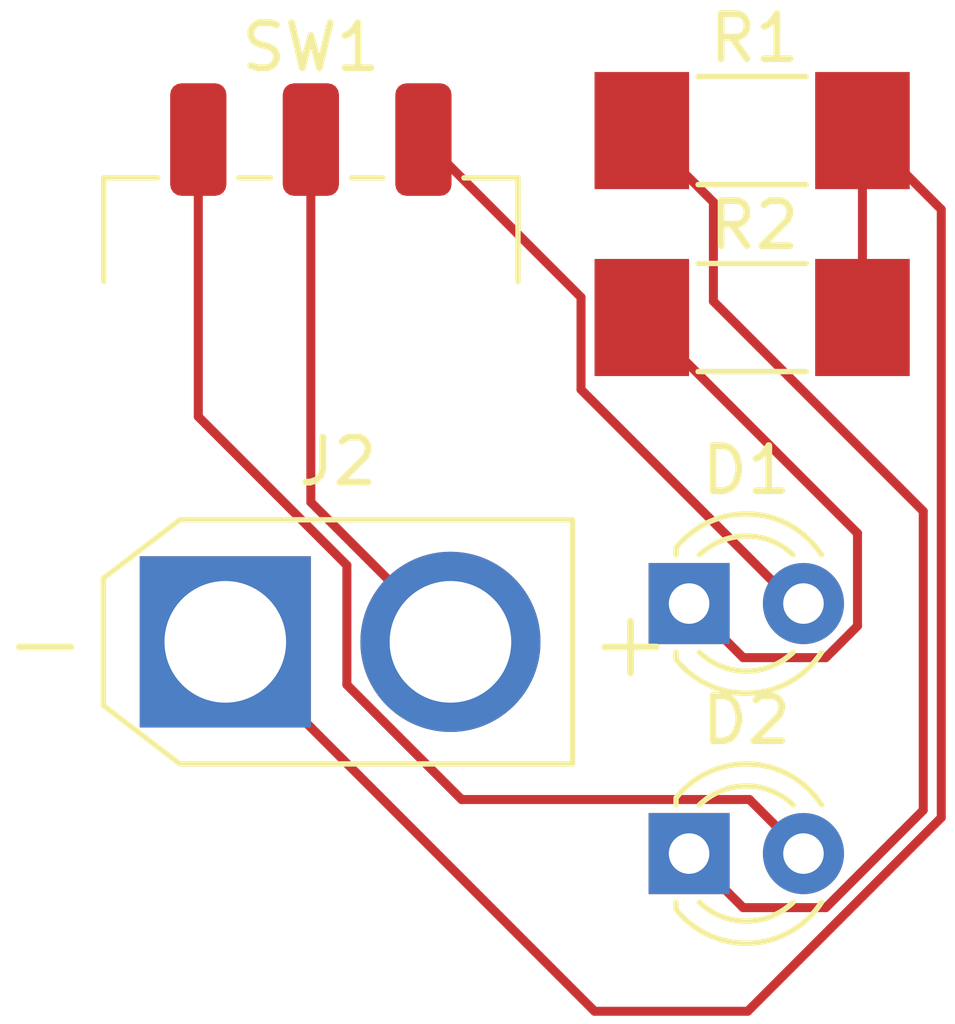
<source format=kicad_pcb>
(kicad_pcb (version 20240108) (generator "pcbnew") (generator_version "8.0")
  (layers (0 "F.Cu" signal) (31 "B.Cu" signal) (34 "B.Paste" user) (35 "F.Paste" user) (36 "B.SilkS" user "B.Silkscreen") (37 "F.SilkS" user "F.Silkscreen") (38 "B.Mask" user) (39 "F.Mask" user) (44 "Edge.Cuts" user))
  (net 0 "")
  (net 1 "Net-(D1-K)")
  (net 2 "Net-(D1-A)")
  (net 3 "Net-(D2-A)")
  (net 4 "Net-(D2-K)")
  (net 5 "GND")
  (net 6 "VCC")
  (footprint "Connector_AMASS:AMASS_XT30U-F_1x02_P5.0mm_Vertical" (layer "F.Cu") (at 57.16 43.3)
    (property "Reference" "J2" (at 2.5 -4 0) (layer "F.SilkS"))
    (property "Value" "Conn_01x02_Pin")
    (fp_line (start -2.71 -1.41) (end -2.71 1.41) (stroke (width 0.12)) (layer "F.SilkS"))
    (fp_line (start -2.71 -1.41) (end -1.01 -2.71) (stroke (width 0.12)) (layer "F.SilkS"))
    (fp_line (start -2.71 1.41) (end -1.01 2.71) (stroke (width 0.12)) (layer "F.SilkS"))
    (fp_line (start -1.01 -2.71) (end 7.71 -2.71) (stroke (width 0.12)) (layer "F.SilkS"))
    (fp_line (start -1.01 2.71) (end 7.71 2.71) (stroke (width 0.12)) (layer "F.SilkS"))
    (fp_line (start 7.71 -2.71) (end 7.71 2.71) (stroke (width 0.12)) (layer "F.SilkS"))
    (fp_text user "-" (at -4 0 0) (layer "F.SilkS") (effects (font (size 1.5 1.5))))
    (fp_text user "+" (at 9 0 0) (layer "F.SilkS") (effects (font (size 1.5 1.5))))
    (pad "1" thru_hole rect (at 0 0) (size 3.8 3.8) (drill 2.7) (layers "*.Cu" "*.Mask") (net 5 "GND"))
    (pad "2" thru_hole circle (at 5 0) (size 4 4) (drill 2.7) (layers "*.Cu" "*.Mask") (net 6 "VCC"))
  )
  (footprint "LED_THT:LED_D3.0mm_FlatTop" (layer "F.Cu") (at 67.46 48)
    (property "Reference" "D2" (at 1.27 -2.96 0) (layer "F.SilkS"))
    (property "Value" "LED_RED")
    (fp_line (start -0.29 -1.236) (end -0.29 -1.08) (stroke (width 0.12)) (layer "F.SilkS"))
    (fp_line (start -0.29 1.08) (end -0.29 1.236) (stroke (width 0.12)) (layer "F.SilkS"))
    (fp_arc (start -0.29 -1.235516) (mid 1.366487 -1.987659) (end 2.942335 -1.078608) (stroke (width 0.12)) (layer "F.SilkS"))
    (fp_arc (start 0.229039 -1.08) (mid 1.270117 -1.5) (end 2.31113 -1.079837) (stroke (width 0.12)) (layer "F.SilkS"))
    (fp_arc (start 2.31113 1.079837) (mid 1.270117 1.5) (end 0.229039 1.08) (stroke (width 0.12)) (layer "F.SilkS"))
    (fp_arc (start 2.942335 1.078608) (mid 1.366487 1.987659) (end -0.29 1.235516) (stroke (width 0.12)) (layer "F.SilkS"))
    (pad "1" thru_hole rect (at 0 0) (size 1.8 1.8) (drill 0.9) (layers "*.Cu" "*.Mask") (net 4 "Net-(D2-K)"))
    (pad "2" thru_hole circle (at 2.54 0) (size 1.8 1.8) (drill 0.9) (layers "*.Cu" "*.Mask") (net 3 "Net-(D2-A)"))
  )
  (footprint "LED_THT:LED_D3.0mm_FlatTop" (layer "F.Cu") (at 67.46 42.45)
    (property "Reference" "D1" (at 1.27 -2.96 0) (layer "F.SilkS"))
    (property "Value" "LED_YELLOW")
    (fp_line (start -0.29 -1.236) (end -0.29 -1.08) (stroke (width 0.12)) (layer "F.SilkS"))
    (fp_line (start -0.29 1.08) (end -0.29 1.236) (stroke (width 0.12)) (layer "F.SilkS"))
    (fp_arc (start -0.29 -1.235516) (mid 1.366487 -1.987659) (end 2.942335 -1.078608) (stroke (width 0.12)) (layer "F.SilkS"))
    (fp_arc (start 0.229039 -1.08) (mid 1.270117 -1.5) (end 2.31113 -1.079837) (stroke (width 0.12)) (layer "F.SilkS"))
    (fp_arc (start 2.31113 1.079837) (mid 1.270117 1.5) (end 0.229039 1.08) (stroke (width 0.12)) (layer "F.SilkS"))
    (fp_arc (start 2.942335 1.078608) (mid 1.366487 1.987659) (end -0.29 1.235516) (stroke (width 0.12)) (layer "F.SilkS"))
    (pad "1" thru_hole rect (at 0 0) (size 1.8 1.8) (drill 0.9) (layers "*.Cu" "*.Mask") (net 1 "Net-(D1-K)"))
    (pad "2" thru_hole circle (at 2.54 0) (size 1.8 1.8) (drill 0.9) (layers "*.Cu" "*.Mask") (net 2 "Net-(D1-A)"))
  )
  (footprint "Button_Switch_SMD:SW_SPDT_CK_JS102011SAQN" (layer "F.Cu") (at 59.06 34.9)
    (property "Reference" "SW1" (at 0 -4.8 0) (layer "F.SilkS"))
    (property "Value" "SW_SPDT")
    (fp_line (start -4.6 -1.9) (end -3.4 -1.9) (stroke (width 0.12)) (layer "F.SilkS"))
    (fp_line (start -4.6 0.4) (end -4.6 -1.9) (stroke (width 0.12)) (layer "F.SilkS"))
    (fp_line (start -0.9 -1.9) (end -1.6 -1.9) (stroke (width 0.12)) (layer "F.SilkS"))
    (fp_line (start 1.6 -1.9) (end 0.9 -1.9) (stroke (width 0.12)) (layer "F.SilkS"))
    (fp_line (start 3.4 -1.9) (end 4.6 -1.9) (stroke (width 0.12)) (layer "F.SilkS"))
    (fp_line (start 4.6 -1.9) (end 4.6 0.4) (stroke (width 0.12)) (layer "F.SilkS"))
    (pad "" np_thru_hole circle (at -3.4 0) (size 0.9 0.9) (drill 0.9) (layers "*.Cu" "*.Mask"))
    (pad "" np_thru_hole circle (at 3.4 0) (size 0.9 0.9) (drill 0.9) (layers "*.Cu" "*.Mask"))
    (pad "1" smd roundrect (at -2.5 -2.75) (size 1.25 2.5) (layers "F.Cu" "F.Paste" "F.Mask") (roundrect_rratio 0.2) (net 3 "Net-(D2-A)"))
    (pad "2" smd roundrect (at 0 -2.75) (size 1.25 2.5) (layers "F.Cu" "F.Paste" "F.Mask") (roundrect_rratio 0.2) (net 6 "VCC"))
    (pad "3" smd roundrect (at 2.5 -2.75) (size 1.25 2.5) (layers "F.Cu" "F.Paste" "F.Mask") (roundrect_rratio 0.2) (net 2 "Net-(D1-A)"))
  )
  (footprint "Resistor_SMD:R_MELF_MMB-0207" (layer "F.Cu") (at 68.86 31.95)
    (property "Reference" "R1" (at 0.05 -2.05 0) (layer "F.SilkS"))
    (property "Value" "330")
    (fp_line (start 1.2 -1.2) (end -1.2 -1.2) (stroke (width 0.12)) (layer "F.SilkS"))
    (fp_line (start 1.2 1.2) (end -1.2 1.2) (stroke (width 0.12)) (layer "F.SilkS"))
    (pad "1" smd rect (at -2.45 0) (size 2.1 2.6) (layers "F.Cu" "F.Paste" "F.Mask") (net 4 "Net-(D2-K)"))
    (pad "2" smd rect (at 2.45 0) (size 2.1 2.6) (layers "F.Cu" "F.Paste" "F.Mask") (net 5 "GND"))
  )
  (footprint "Resistor_SMD:R_MELF_MMB-0207" (layer "F.Cu") (at 68.86 36.1)
    (property "Reference" "R2" (at 0.05 -2.05 0) (layer "F.SilkS"))
    (property "Value" "330")
    (fp_line (start 1.2 -1.2) (end -1.2 -1.2) (stroke (width 0.12)) (layer "F.SilkS"))
    (fp_line (start 1.2 1.2) (end -1.2 1.2) (stroke (width 0.12)) (layer "F.SilkS"))
    (pad "1" smd rect (at -2.45 0) (size 2.1 2.6) (layers "F.Cu" "F.Paste" "F.Mask") (net 1 "Net-(D1-K)"))
    (pad "2" smd rect (at 2.45 0) (size 2.1 2.6) (layers "F.Cu" "F.Paste" "F.Mask") (net 5 "GND"))
  )
  (segment (start 66.41 36.1) (end 71.2 40.89) (width 0.2) (layer "F.Cu") (net 1))
  (segment (start 68.66 43.65) (end 67.46 42.45) (width 0.2) (layer "F.Cu") (net 1))
  (segment (start 71.2 42.947057) (end 70.497057 43.65) (width 0.2) (layer "F.Cu") (net 1))
  (segment (start 71.2 40.89) (end 71.2 42.947057) (width 0.2) (layer "F.Cu") (net 1))
  (segment (start 70.497057 43.65) (end 68.66 43.65) (width 0.2) (layer "F.Cu") (net 1))
  (segment (start 65.06 35.65) (end 65.06 37.7) (width 0.2) (layer "F.Cu") (net 2))
  (segment (start 69.81 42.45) (end 70 42.45) (width 0.2) (layer "F.Cu") (net 2))
  (segment (start 65.06 37.7) (end 69.81 42.45) (width 0.2) (layer "F.Cu") (net 2))
  (segment (start 61.56 32.15) (end 65.06 35.65) (width 0.2) (layer "F.Cu") (net 2))
  (segment (start 62.407308 46.8) (end 68.8 46.8) (width 0.2) (layer "F.Cu") (net 3))
  (segment (start 59.86 44.252692) (end 62.407308 46.8) (width 0.2) (layer "F.Cu") (net 3))
  (segment (start 56.56 32.15) (end 56.56 38.3) (width 0.2) (layer "F.Cu") (net 3))
  (segment (start 68.8 46.8) (end 70 48) (width 0.2) (layer "F.Cu") (net 3))
  (segment (start 56.56 38.3) (end 59.86 41.6) (width 0.2) (layer "F.Cu") (net 3))
  (segment (start 59.86 41.6) (end 59.86 44.252692) (width 0.2) (layer "F.Cu") (net 3))
  (segment (start 68.66 49.2) (end 70.497057 49.2) (width 0.2) (layer "F.Cu") (net 4))
  (segment (start 72.66 40.4) (end 68 35.74) (width 0.2) (layer "F.Cu") (net 4))
  (segment (start 68 35.74) (end 68 33.54) (width 0.2) (layer "F.Cu") (net 4))
  (segment (start 70.497057 49.2) (end 72.66 47.037057) (width 0.2) (layer "F.Cu") (net 4))
  (segment (start 67.46 48) (end 68.66 49.2) (width 0.2) (layer "F.Cu") (net 4))
  (segment (start 68 33.54) (end 66.41 31.95) (width 0.2) (layer "F.Cu") (net 4))
  (segment (start 72.66 47.037057) (end 72.66 40.4) (width 0.2) (layer "F.Cu") (net 4))
  (segment (start 73.06 47.202743) (end 68.762743 51.5) (width 0.2) (layer "F.Cu") (net 5))
  (segment (start 73.06 33.7) (end 73.06 47.202743) (width 0.2) (layer "F.Cu") (net 5))
  (segment (start 71.31 31.95) (end 73.06 33.7) (width 0.2) (layer "F.Cu") (net 5))
  (segment (start 71.31 36.1) (end 71.31 31.95) (width 0.2) (layer "F.Cu") (net 5))
  (segment (start 65.36 51.5) (end 57.16 43.3) (width 0.2) (layer "F.Cu") (net 5))
  (segment (start 68.762743 51.5) (end 65.36 51.5) (width 0.2) (layer "F.Cu") (net 5))
  (segment (start 59.06 40.2) (end 59.06 32.15) (width 0.2) (layer "F.Cu") (net 6))
  (segment (start 62.16 43.3) (end 59.06 40.2) (width 0.2) (layer "F.Cu") (net 6))
)
</source>
